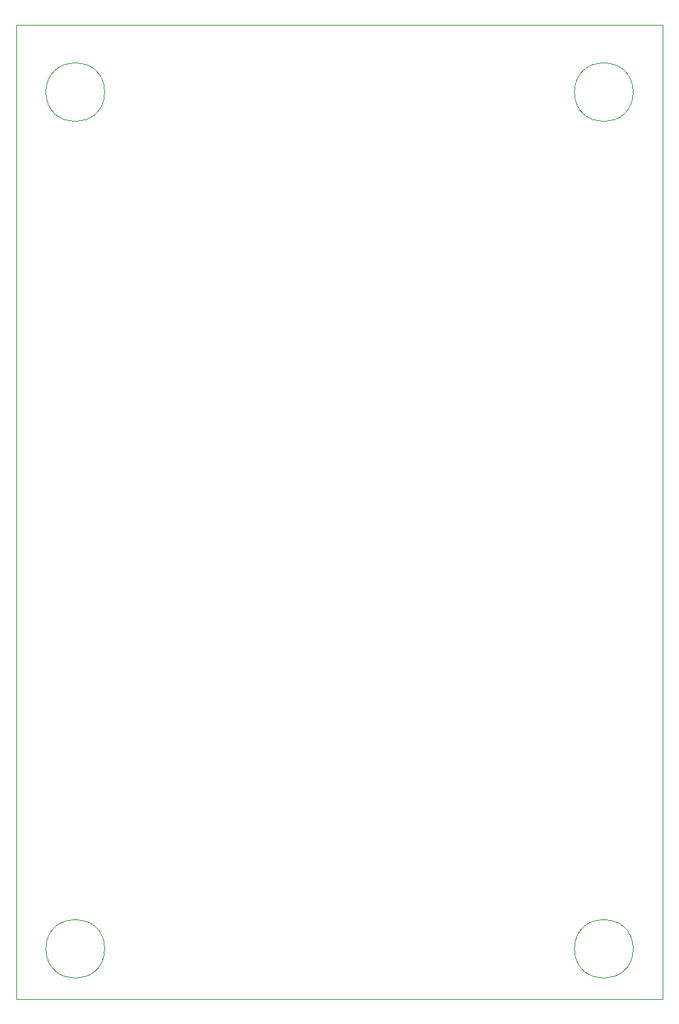
<source format=gm1>
%TF.GenerationSoftware,KiCad,Pcbnew,(6.0.9)*%
%TF.CreationDate,2023-02-25T10:50:01-08:00*%
%TF.ProjectId,FlightBread,466c6967-6874-4427-9265-61642e6b6963,rev?*%
%TF.SameCoordinates,Original*%
%TF.FileFunction,Profile,NP*%
%FSLAX46Y46*%
G04 Gerber Fmt 4.6, Leading zero omitted, Abs format (unit mm)*
G04 Created by KiCad (PCBNEW (6.0.9)) date 2023-02-25 10:50:01*
%MOMM*%
%LPD*%
G01*
G04 APERTURE LIST*
%TA.AperFunction,Profile*%
%ADD10C,0.100000*%
%TD*%
G04 APERTURE END LIST*
D10*
X121500000Y-68000000D02*
G75*
G03*
X121500000Y-68000000I-3500000J0D01*
G01*
X48000000Y-176000000D02*
X125000000Y-176000000D01*
X125000000Y-176000000D02*
X125000000Y-60000000D01*
X125000000Y-60000000D02*
X48000000Y-60000000D01*
X48000000Y-60000000D02*
X48000000Y-176000000D01*
X121500000Y-170000000D02*
G75*
G03*
X121500000Y-170000000I-3500000J0D01*
G01*
X58500000Y-170000000D02*
G75*
G03*
X58500000Y-170000000I-3500000J0D01*
G01*
X58500000Y-68000000D02*
G75*
G03*
X58500000Y-68000000I-3500000J0D01*
G01*
M02*

</source>
